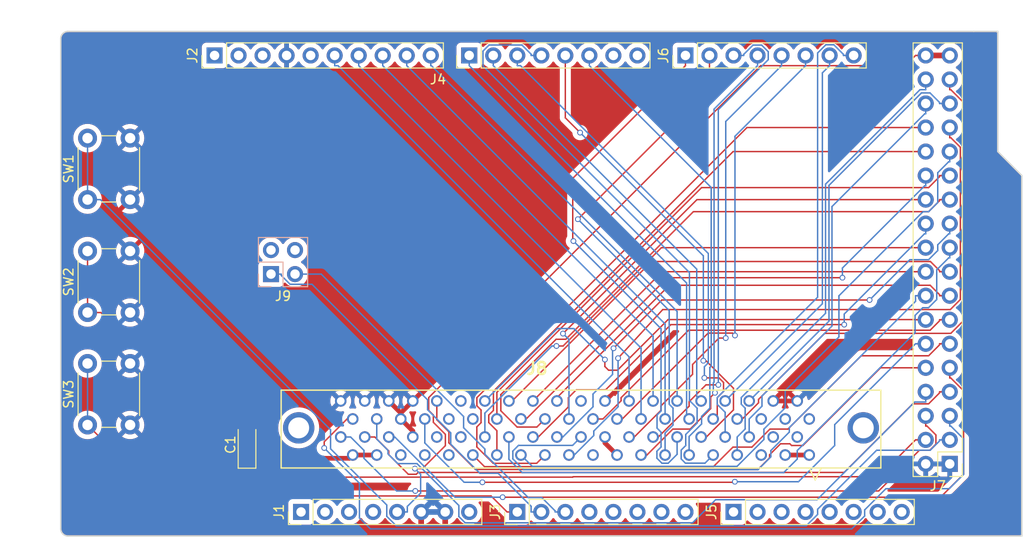
<source format=kicad_pcb>
(kicad_pcb (version 20221018) (generator pcbnew)
  (title_block (date "mar. 31 mars 2015"))
  (layers (0 "F.Cu" signal) (1 "In1.Cu" signal) (2 "In2.Cu" signal) (31 "B.Cu" signal) (34 "B.Paste" user) (35 "F.Paste" user) (36 "B.SilkS" user "B.Silkscreen") (37 "F.SilkS" user "F.Silkscreen") (38 "B.Mask" user) (39 "F.Mask" user) (44 "Edge.Cuts" user))
  (net 0 "")
  (net 1 "GND")
  (net 2 "/BUTTON03")
  (net 3 "/IC1_WE#")
  (net 4 "/IC1_IC2_Vcc")
  (net 5 "/IC1_IC2_A0")
  (net 6 "/IC1_IC2_A1")
  (net 7 "/IC1_IC2_A2")
  (net 8 "/IC1_IC2_A3")
  (net 9 "/IC1_IC2_A4")
  (net 10 "/IC1_IC2_A5")
  (net 11 "/IC1_IC2_A6")
  (net 12 "/IC1_IC2_A7")
  (net 13 "/IC1_IC2_A8")
  (net 14 "/IC1_IC2_A9")
  (net 15 "/IC1_IC2_A10")
  (net 16 "/IC1_IC2_A11")
  (net 17 "/IC1_IC2_A12")
  (net 18 "/IC1_IC2_A13")
  (net 19 "/IC1_IC2_A14")
  (net 20 "/IC1_IC2_A15")
  (net 21 "/IC1_IC2_A16")
  (net 22 "/IC1_IC2_A17")
  (net 23 "/IC1_IC2_A18")
  (net 24 "/EEPROM_CS")
  (net 25 "/EEPROM_DO")
  (net 26 "/EEPROM_CLK")
  (net 27 "/EEPROM_DI")
  (net 28 "/IC1_IC2_RST#")
  (net 29 "/IC1_IC2_RY_BY#")
  (net 30 "/IC2_CE#")
  (net 31 "/IC1_IC2_WP#")
  (net 32 "/IC1_IC2_OE#")
  (net 33 "/IC1_CE#")
  (net 34 "+5V")
  (net 35 "/IOREF")
  (net 36 "/IC2_WE#")
  (net 50 "/BUTTON01")
  (net 51 "/BUTTON02")
  (net 52 "/AREF")
  (net 53 "/*13")
  (net 54 "/IC1_IC2_DQ14")
  (net 55 "/IC1_IC2_DQ15")
  (net 56 "/IC1_IC2_DQ12")
  (net 57 "/IC1_IC2_DQ13")
  (net 58 "/IC1_IC2_DQ10")
  (net 59 "/IC1_IC2_DQ11")
  (net 60 "/IC1_IC2_DQ8")
  (net 61 "/IC1_IC2_DQ9")
  (net 62 "/IC1_IC2_DQ6")
  (net 63 "/IC1_IC2_DQ7")
  (net 64 "/IC1_IC2_DQ4")
  (net 65 "/TX0{slash}1")
  (net 66 "/RX0{slash}0")
  (net 67 "/IC1_IC2_DQ5")
  (net 68 "/IC1_IC2_DQ2")
  (net 69 "/IC1_IC2_DQ3")
  (net 70 "/IC1_IC2_DQ0")
  (net 71 "/IC1_IC2_DQ1")
  (net 72 "/IC1_IC2_A21")
  (net 73 "/IC1_IC2_A22")
  (net 74 "/SDA{slash}20")
  (net 75 "/SCL{slash}21")
  (net 76 "VCC")
  (net 77 "/~{RESET}")
  (net 79 "/IC1_IC2_A19")
  (net 81 "/IC1_IC2_A20")
  (footprint "Connector_PinHeader_2.54mm:PinHeader_2x18_P2.54mm_Vertical" (layer "F.Cu") (at 193.98 92.38 180)
    (fp_text reference "J7")
    (fp_text value "Digital")
  )
  (footprint "Connector_PinHeader_2.54mm:PinHeader_1x08_P2.54mm_Vertical" (layer "F.Cu") (at 125.4 97.46 90)
    (fp_text reference "J1")
    (fp_text value "Power")
  )
  (footprint "Connector_PinHeader_2.54mm:PinHeader_1x08_P2.54mm_Vertical" (layer "F.Cu") (at 148.26 97.46 90)
    (fp_text reference "J3")
    (fp_text value "Analog")
  )
  (footprint "Connector_PinHeader_2.54mm:PinHeader_1x08_P2.54mm_Vertical" (layer "F.Cu") (at 171.12 97.46 90)
    (fp_text reference "J5")
    (fp_text value "Analog")
  )
  (footprint "Connector_PinHeader_2.54mm:PinHeader_1x10_P2.54mm_Vertical" (layer "F.Cu") (at 116.256 49.2 90)
    (fp_text reference "J2")
    (fp_text value "PWM")
  )
  (footprint "Connector_PinHeader_2.54mm:PinHeader_1x08_P2.54mm_Vertical" (layer "F.Cu") (at 143.18 49.2 90)
    (fp_text reference "J4")
    (fp_text value "PWM")
  )
  (footprint "Connector_PinHeader_2.54mm:PinHeader_1x08_P2.54mm_Vertical" (layer "F.Cu") (at 166.04 49.2 90)
    (fp_text reference "J6")
    (fp_text value "Communication")
  )
  (footprint "Button_Switch_THT:SW_PUSH_6mm" (layer "F.Cu") (at 102.83 88.264 90)
    (fp_text reference "SW3")
    (fp_text value "SW_Push")
  )
  (footprint "Button_Switch_THT:SW_PUSH_6mm" (layer "F.Cu") (at 102.83 76.378 90)
    (fp_text reference "SW2")
    (fp_text value "SW_Push")
  )
  (footprint "srx-extras:JAE_TX25-80P-6ST-H1E" (layer "F.Cu") (at 154.996 84.5822)
    (fp_text reference "J8")
    (fp_text value "TX25-80P-6ST-H1E" hide)
  )
  (footprint "Capacitor_Tantalum_SMD:CP_EIA-3216-12_Kemet-S_Pad1.58x1.35mm_HandSolder" (layer "F.Cu") (at 119.69 90.348 90)
    (fp_text reference "C1")
    (fp_text value "Tantalum J104 0.1uF")
  )
  (footprint "Button_Switch_THT:SW_PUSH_6mm" (layer "F.Cu") (at 102.83 64.44 90)
    (fp_text reference "SW1")
    (fp_text value "SW_Push")
  )
  (footprint "Connector_PinHeader_2.54mm:PinHeader_2x02_P2.54mm_Vertical" (layer "B.Cu") (at 122.225 72.314)
    (fp_text reference "J9")
    (fp_text value "Secondary Programming Connector")
  )
  (gr_line (start 199.06 59.36) (end 201.6 61.9) (stroke (width 0.15)) (layer "Edge.Cuts"))
  (gr_line (start 100 99.238) (end 100 47.422) (stroke (width 0.15)) (layer "Edge.Cuts"))
  (gr_line (start 201.6 61.9) (end 201.6 100) (stroke (width 0.15)) (layer "Edge.Cuts"))
  (gr_line (start 201.6 100) (end 100.762 100) (stroke (width 0.15)) (layer "Edge.Cuts"))
  (gr_line (start 100.762 46.66) (end 196.52 46.66) (stroke (width 0.15)) (layer "Edge.Cuts"))
  (gr_arc (start 100.762 100) (mid 100.223185 99.776815) (end 100 99.238) (stroke (width 0.15)) (layer "Edge.Cuts"))
  (gr_line (start 196.52 46.66) (end 199.06 46.66) (stroke (width 0.15)) (layer "Edge.Cuts"))
  (gr_line (start 199.06 46.66) (end 199.06 59.36) (stroke (width 0.15)) (layer "Edge.Cuts"))
  (gr_arc (start 100 47.422) (mid 100.223185 46.883185) (end 100.762 46.66) (stroke (width 0.15)) (layer "Edge.Cuts"))
  (segment (start 138.1 84.8412) (end 138.1 84.252) (width 0.5) (layer "F.Cu") (net 1))
  (segment (start 135.946 87.6302) (end 135.946 86.9952) (width 0.5) (layer "F.Cu") (net 1))
  (segment (start 137.216 85.7252) (end 136.322 84.8312) (width 0.5) (layer "F.Cu") (net 1))
  (segment (start 137.216 89.5352) (end 137.216 88.9002) (width 0.5) (layer "F.Cu") (net 1))
  (segment (start 137.216 88.9002) (end 135.946 87.6302) (width 0.5) (layer "F.Cu") (net 1))
  (segment (start 140.64 97.46) (end 140.64 99.238) (width 0.6) (layer "F.Cu") (net 1))
  (segment (start 135.946 86.9952) (end 137.216 85.7252) (width 0.5) (layer "F.Cu") (net 1))
  (segment (start 135.946 86.9952) (end 134.676 85.7252) (width 0.5) (layer "F.Cu") (net 1))
  (segment (start 177.856 85.7252) (end 179.0752 84.506) (width 0.5) (layer "F.Cu") (net 1))
  (segment (start 175.316 85.7252) (end 177.856 85.7252) (width 0.5) (layer "F.Cu") (net 1))
  (segment (start 136.322 84.8312) (end 136.322 84.252) (width 0.5) (layer "F.Cu") (net 1))
  (segment (start 138.1 97.46) (end 138.1 99.238) (width 0.6) (layer "F.Cu") (net 1))
  (segment (start 175.316 85.7252) (end 177.47 83.5712) (width 0.5) (layer "F.Cu") (net 1))
  (segment (start 177.856 85.7252) (end 179.248 84.3332) (width 0.5) (layer "B.Cu") (net 1))
  (segment (start 138.1 97.46) (end 139.307382 96.252618) (width 0.6) (layer "B.Cu") (net 1))
  (segment (start 140.64 97.46) (end 139.307382 96.127382) (width 0.6) (layer "B.Cu") (net 1))
  (segment (start 139.307382 96.127382) (end 139.307382 95.236618) (width 0.6) (layer "B.Cu") (net 1))
  (segment (start 138.1 97.46) (end 140.64 97.46) (width 0.6) (layer "B.Cu") (net 1))
  (segment (start 139.307382 96.252618) (end 139.307382 96.127382) (width 0.6) (layer "B.Cu") (net 1))
  (segment (start 102.83 88.264) (end 110.3333 95.7673) (width 0.15) (layer "F.Cu") (net 2))
  (segment (start 145.4904 95.7673) (end 147.1831 97.46) (width 0.15) (layer "F.Cu") (net 2))
  (segment (start 148.26 97.46) (end 147.1831 97.46) (width 0.15) (layer "F.Cu") (net 2))
  (segment (start 110.3333 95.7673) (end 145.4904 95.7673) (width 0.15) (layer "F.Cu") (net 2))
  (segment (start 102.83 81.764) (end 102.83 88.264) (width 0.15) (layer "B.Cu") (net 2))
  (segment (start 138.7751 86.6493) (end 138.7751 85.6054) (width 0.15) (layer "B.Cu") (net 3))
  (segment (start 150.8 97.46) (end 149.7231 97.46) (width 0.15) (layer "B.Cu") (net 3))
  (segment (start 138.7751 85.6054) (end 126.5606 73.3909) (width 0.15) (layer "B.Cu") (net 3))
  (segment (start 123.3019 72.4487) (end 123.3019 72.314) (width 0.15) (layer "B.Cu") (net 3))
  (segment (start 149.7231 96.8561) (end 146.2363 93.3693) (width 0.15) (layer "B.Cu") (net 3))
  (segment (start 124.2441 73.3909) (end 123.3019 72.4487) (width 0.15) (layer "B.Cu") (net 3))
  (segment (start 146.2363 93.3693) (end 144.3046 93.3693) (width 0.15) (layer "B.Cu") (net 3))
  (segment (start 126.5606 73.3909) (end 124.2441 73.3909) (width 0.15) (layer "B.Cu") (net 3))
  (segment (start 141.2261 89.1003) (end 138.7751 86.6493) (width 0.15) (layer "B.Cu") (net 3))
  (segment (start 149.7231 97.46) (end 149.7231 96.8561) (width 0.15) (layer "B.Cu") (net 3))
  (segment (start 144.3046 93.3693) (end 141.2261 90.2908) (width 0.15) (layer "B.Cu") (net 3))
  (segment (start 141.2261 90.2908) (end 141.2261 89.1003) (width 0.15) (layer "B.Cu") (net 3))
  (segment (start 122.225 72.314) (end 123.3019 72.314) (width 0.15) (layer "B.Cu") (net 3))
  (segment (start 119.69 91.7855) (end 130.5207 91.7855) (width 0.5) (layer "F.Cu") (net 4))
  (segment (start 130.866 91.4402) (end 133.406 91.4402) (width 0.5) (layer "F.Cu") (net 4))
  (segment (start 157.536 89.5352) (end 157.536 90.1702) (width 0.5) (layer "F.Cu") (net 4))
  (segment (start 176.586 91.4402) (end 179.126 91.4402) (width 0.5) (layer "F.Cu") (net 4))
  (segment (start 157.536 90.1702) (end 158.806 91.4402) (width 0.5) (layer "F.Cu") (net 4))
  (segment (start 130.5207 91.7855) (end 130.866 91.4402) (width 0.5) (layer "F.Cu") (net 4))
  (segment (start 128.956 49.2) (end 128.956 50.2769) (width 0.15) (layer "B.Cu") (net 5))
  (segment (start 160.076 81.0519) (end 129.301 50.2769) (width 0.15) (layer "B.Cu") (net 5))
  (segment (start 129.301 50.2769) (end 128.956 50.2769) (width 0.15) (layer "B.Cu") (net 5))
  (segment (start 160.076 85.7252) (end 160.076 81.0519) (width 0.15) (layer "B.Cu") (net 5))
  (segment (start 161.346 87.6302) (end 161.346 80.1269) (width 0.15) (layer "B.Cu") (net 6))
  (segment (start 161.346 80.1269) (end 131.496 50.2769) (width 0.15) (layer "B.Cu") (net 6))
  (segment (start 131.496 49.2) (end 131.496 50.2769) (width 0.15) (layer "B.Cu") (net 6))
  (segment (start 134.036 49.2) (end 134.036 50.2769) (width 0.15) (layer "B.Cu") (net 7))
  (segment (start 162.616 78.8569) (end 162.616 85.7252) (width 0.15) (layer "B.Cu") (net 7))
  (segment (start 134.036 50.2769) (end 162.616 78.8569) (width 0.15) (layer "B.Cu") (net 7))
  (segment (start 163.886 77.5869) (end 136.576 50.2769) (width 0.15) (layer "B.Cu") (net 8))
  (segment (start 163.886 87.6302) (end 163.886 77.5869) (width 0.15) (layer "B.Cu") (net 8))
  (segment (start 136.576 49.2) (end 136.576 50.2769) (width 0.15) (layer "B.Cu") (net 8))
  (segment (start 139.116 49.2) (end 139.116 50.2769) (width 0.15) (layer "B.Cu") (net 9))
  (segment (start 165.156 76.2573) (end 139.1756 50.2769) (width 0.15) (layer "B.Cu") (net 9))
  (segment (start 165.156 85.7252) (end 165.156 76.2573) (width 0.15) (layer "B.Cu") (net 9))
  (segment (start 139.1756 50.2769) (end 139.116 50.2769) (width 0.15) (layer "B.Cu") (net 9))
  (segment (start 166.1599 87.3641) (end 166.426 87.6302) (width 0.15) (layer "B.Cu") (net 10))
  (segment (start 143.18 50.2769) (end 166.1599 73.2568) (width 0.15) (layer "B.Cu") (net 10))
  (segment (start 166.1599 73.2568) (end 166.1599 87.3641) (width 0.15) (layer "B.Cu") (net 10))
  (segment (start 143.18 49.2) (end 143.18 50.2769) (width 0.15) (layer "B.Cu") (net 10))
  (segment (start 167.2319 85.2611) (end 167.696 85.7252) (width 0.15) (layer "B.Cu") (net 11))
  (segment (start 167.2319 71.7888) (end 167.2319 85.2611) (width 0.15) (layer "B.Cu") (net 11))
  (segment (start 145.72 50.2769) (end 167.2319 71.7888) (width 0.15) (layer "B.Cu") (net 11))
  (segment (start 145.72 49.2) (end 145.72 50.2769) (width 0.15) (layer "B.Cu") (net 11))
  (segment (start 168.0417 83.2872) (end 169.5827 83.2872) (width 0.15) (layer "F.Cu") (net 12))
  (segment (start 170.0652 84.7131) (end 169.3995 85.3788) (width 0.15) (layer "F.Cu") (net 12))
  (segment (start 169.3995 87.1967) (end 168.966 87.6302) (width 0.15) (layer "F.Cu") (net 12))
  (segment (start 169.5827 83.2872) (end 170.0652 83.7697) (width 0.15) (layer "F.Cu") (net 12))
  (segment (start 169.3995 85.3788) (end 169.3995 87.1967) (width 0.15) (layer "F.Cu") (net 12))
  (segment (start 170.0652 83.7697) (end 170.0652 84.7131) (width 0.15) (layer "F.Cu") (net 12))
  (via (at 168.0417 83.2872) (size 0.6) (drill 0.4) (layers "F.Cu" "B.Cu") (net 12))
  (segment (start 168.4591 70.1388) (end 148.5972 50.2769) (width 0.15) (layer "B.Cu") (net 12))
  (segment (start 148.5972 50.2769) (end 148.26 50.2769) (width 0.15) (layer "B.Cu") (net 12))
  (segment (start 168.0417 83.2872) (end 168.0417 82.107) (width 0.15) (layer "B.Cu") (net 12))
  (segment (start 168.0417 82.107) (end 168.4591 81.6896) (width 0.15) (layer "B.Cu") (net 12))
  (segment (start 168.4591 81.6896) (end 168.4591 70.1388) (width 0.15) (layer "B.Cu") (net 12))
  (segment (start 148.26 49.2) (end 148.26 50.2769) (width 0.15) (layer "B.Cu") (net 12))
  (segment (start 148.7516 48.0939) (end 145.2786 48.0939) (width 0.15) (layer "B.Cu") (net 13))
  (segment (start 144.6359 50.3207) (end 166.4618 72.1466) (width 0.15) (layer "B.Cu") (net 13))
  (segment (start 167.2716 86.4867) (end 167.2716 88.0622) (width 0.15) (layer "B.Cu") (net 13))
  (segment (start 166.4618 72.1466) (end 166.4618 85.6769) (width 0.15) (layer "B.Cu") (net 13))
  (segment (start 168.1063 92.2999) (end 168.966 91.4402) (width 0.15) (layer "B.Cu") (net 13))
  (segment (start 145.2786 48.0939) (end 144.6359 48.7366) (width 0.15) (layer "B.Cu") (net 13))
  (segment (start 166.0685 89.2653) (end 166.0685 90.4387) (width 0.15) (layer "B.Cu") (net 13))
  (segment (start 165.5866 90.9206) (end 165.5866 91.854) (width 0.15) (layer "B.Cu") (net 13))
  (segment (start 166.4618 85.6769) (end 167.2716 86.4867) (width 0.15) (layer "B.Cu") (net 13))
  (segment (start 166.0325 92.2999) (end 168.1063 92.2999) (width 0.15) (layer "B.Cu") (net 13))
  (segment (start 166.0685 90.4387) (end 165.5866 90.9206) (width 0.15) (layer "B.Cu") (net 13))
  (segment (start 144.6359 48.7366) (end 144.6359 50.3207) (width 0.15) (layer "B.Cu") (net 13))
  (segment (start 165.5866 91.854) (end 166.0325 92.2999) (width 0.15) (layer "B.Cu") (net 13))
  (segment (start 150.8 49.2) (end 149.7231 49.2) (width 0.15) (layer "B.Cu") (net 13))
  (segment (start 149.7231 49.0654) (end 148.7516 48.0939) (width 0.15) (layer "B.Cu") (net 13))
  (segment (start 167.2716 88.0622) (end 166.0685 89.2653) (width 0.15) (layer "B.Cu") (net 13))
  (segment (start 149.7231 49.2) (end 149.7231 49.0654) (width 0.15) (layer "B.Cu") (net 13))
  (segment (start 154.9003 57.3523) (end 153.34 55.792) (width 0.15) (layer "F.Cu") (net 14))
  (segment (start 153.34 55.792) (end 153.34 49.2) (width 0.15) (layer "F.Cu") (net 14))
  (segment (start 171.1158 84.3791) (end 168.208 81.4713) (width 0.15) (layer "F.Cu") (net 14))
  (segment (start 171.1158 86.6682) (end 171.1158 84.3791) (width 0.15) (layer "F.Cu") (net 14))
  (segment (start 167.696 89.5352) (end 168.2488 89.5352) (width 0.15) (layer "F.Cu") (net 14))
  (segment (start 168.2488 89.5352) (end 171.1158 86.6682) (width 0.15) (layer "F.Cu") (net 14))
  (segment (start 168.208 81.4713) (end 167.9322 81.4713) (width 0.15) (layer "F.Cu") (net 14))
  (via (at 154.9003 57.3523) (size 0.6) (drill 0.4) (layers "F.Cu" "B.Cu") (net 14))
  (via (at 167.9322 81.4713) (size 0.6) (drill 0.4) (layers "F.Cu" "B.Cu") (net 14))
  (segment (start 167.9322 70.3842) (end 154.9003 57.3523) (width 0.15) (layer "B.Cu") (net 14))
  (segment (start 167.9322 81.4713) (end 167.9322 70.3842) (width 0.15) (layer "B.Cu") (net 14))
  (segment (start 168.6198 86.4813) (end 168.6198 82.1817) (width 0.15) (layer "B.Cu") (net 15))
  (segment (start 168.761 63.1579) (end 155.88 50.2769) (width 0.15) (layer "B.Cu") (net 15))
  (segment (start 167.7452 87.3559) (end 168.6198 86.4813) (width 0.15) (layer "B.Cu") (net 15))
  (segment (start 166.426 91.4402) (end 166.426 89.4785) (width 0.15) (layer "B.Cu") (net 15))
  (segment (start 155.88 49.2) (end 155.88 50.2769) (width 0.15) (layer "B.Cu") (net 15))
  (segment (start 168.6198 82.1817) (end 168.761 82.0405) (width 0.15) (layer "B.Cu") (net 15))
  (segment (start 166.426 89.4785) (end 167.7452 88.1593) (width 0.15) (layer "B.Cu") (net 15))
  (segment (start 168.761 82.0405) (end 168.761 63.1579) (width 0.15) (layer "B.Cu") (net 15))
  (segment (start 167.7452 88.1593) (end 167.7452 87.3559) (width 0.15) (layer "B.Cu") (net 15))
  (segment (start 166.04 49.2) (end 166.04 50.2769) (width 0.15) (layer "F.Cu") (net 16))
  (segment (start 154.124 68.7494) (end 154.124 62.1929) (width 0.15) (layer "F.Cu") (net 16))
  (segment (start 154.1955 68.8209) (end 154.124 68.7494) (width 0.15) (layer "F.Cu") (net 16))
  (segment (start 154.124 62.1929) (end 166.04 50.2769) (width 0.15) (layer "F.Cu") (net 16))
  (via (at 154.1955 68.8209) (size 0.6) (drill 0.4) (layers "F.Cu" "B.Cu") (net 16))
  (segment (start 163.0225 91.0337) (end 163.4599 90.5963) (width 0.15) (layer "B.Cu") (net 16))
  (segment (start 163.0355 88.5955) (end 163.0355 87.2107) (width 0.15) (layer "B.Cu") (net 16))
  (segment (start 163.4579 86.7883) (end 163.4579 78.0833) (width 0.15) (layer "B.Cu") (net 16))
  (segment (start 163.4599 89.0199) (end 163.0355 88.5955) (width 0.15) (layer "B.Cu") (net 16))
  (segment (start 163.0225 91.777) (end 163.0225 91.0337) (width 0.15) (layer "B.Cu") (net 16))
  (segment (start 163.4579 78.0833) (end 154.1955 68.8209) (width 0.15) (layer "B.Cu") (net 16))
  (segment (start 165.156 89.5352) (end 165.156 91.366) (width 0.15) (layer "B.Cu") (net 16))
  (segment (start 163.5534 92.3079) (end 163.0225 91.777) (width 0.15) (layer "B.Cu") (net 16))
  (segment (start 163.4599 90.5963) (end 163.4599 89.0199) (width 0.15) (layer "B.Cu") (net 16))
  (segment (start 165.156 91.366) (end 164.2141 92.3079) (width 0.15) (layer "B.Cu") (net 16))
  (segment (start 163.0355 87.2107) (end 163.4579 86.7883) (width 0.15) (layer "B.Cu") (net 16))
  (segment (start 164.2141 92.3079) (end 163.5534 92.3079) (width 0.15) (layer "B.Cu") (net 16))
  (segment (start 154.6648 66.5113) (end 168.58 52.5961) (width 0.15) (layer "F.Cu") (net 17))
  (segment (start 168.58 52.5961) (end 168.58 49.2) (width 0.15) (layer "F.Cu") (net 17))
  (via (at 154.6648 66.5113) (size 0.6) (drill 0.4) (layers "F.Cu" "B.Cu") (net 17))
  (segment (start 163.886 91.4402) (end 163.886 89.1112) (width 0.15) (layer "B.Cu") (net 17))
  (segment (start 163.886 89.1112) (end 164.724 88.2732) (width 0.15) (layer "B.Cu") (net 17))
  (segment (start 164.724 88.2732) (end 164.724 86.4761) (width 0.15) (layer "B.Cu") (net 17))
  (segment (start 164.724 86.4761) (end 164.3195 86.0716) (width 0.15) (layer "B.Cu") (net 17))
  (segment (start 164.3195 76.166) (end 154.6648 66.5113) (width 0.15) (layer "B.Cu") (net 17))
  (segment (start 164.3195 86.0716) (end 164.3195 76.166) (width 0.15) (layer "B.Cu") (net 17))
  (segment (start 163.1716 89.5352) (end 166.4261 86.2807) (width 0.15) (layer "F.Cu") (net 18))
  (segment (start 166.4261 86.2807) (end 166.4261 85.8046) (width 0.15) (layer "F.Cu") (net 18))
  (segment (start 162.616 89.5352) (end 163.1716 89.5352) (width 0.15) (layer "F.Cu") (net 18))
  (segment (start 166.4261 85.8046) (end 168.2062 84.0245) (width 0.15) (layer "F.Cu") (net 18))
  (segment (start 168.2062 84.0245) (end 169.5151 84.0245) (width 0.15) (layer "F.Cu") (net 18))
  (via (at 169.5151 84.0245) (size 0.6) (drill 0.4) (layers "F.Cu" "B.Cu") (net 18))
  (segment (start 174.7932 48.8037) (end 174.09 48.1005) (width 0.15) (layer "B.Cu") (net 18))
  (segment (start 174.7932 49.6461) (end 174.7932 48.8037) (width 0.15) (layer "B.Cu") (net 18))
  (segment (start 172.1969 49.0884) (end 172.1969 49.2) (width 0.15) (layer "B.Cu") (net 18))
  (segment (start 171.12 49.2) (end 172.1969 49.2) (width 0.15) (layer "B.Cu") (net 18))
  (segment (start 169.5151 54.9242) (end 174.7932 49.6461) (width 0.15) (layer "B.Cu") (net 18))
  (segment (start 173.1848 48.1005) (end 172.1969 49.0884) (width 0.15) (layer "B.Cu") (net 18))
  (segment (start 169.5151 84.0245) (end 169.5151 54.9242) (width 0.15) (layer "B.Cu") (net 18))
  (segment (start 174.09 48.1005) (end 173.1848 48.1005) (width 0.15) (layer "B.Cu") (net 18))
  (segment (start 161.9652 91.4402) (end 164.7067 88.6987) (width 0.15) (layer "F.Cu") (net 19))
  (segment (start 168.7088 86.5304) (end 168.7088 85.3119) (width 0.15) (layer "F.Cu") (net 19))
  (segment (start 166.5405 88.6987) (end 168.7088 86.5304) (width 0.15) (layer "F.Cu") (net 19))
  (segment (start 161.346 91.4402) (end 161.9652 91.4402) (width 0.15) (layer "F.Cu") (net 19))
  (segment (start 168.7088 85.3119) (end 169.1592 84.8615) (width 0.15) (layer "F.Cu") (net 19))
  (segment (start 164.7067 88.6987) (end 166.5405 88.6987) (width 0.15) (layer "F.Cu") (net 19))
  (via (at 169.1592 84.8615) (size 0.6) (drill 0.4) (layers "F.Cu" "B.Cu") (net 19))
  (segment (start 169.0629 83.7316) (end 169.0629 54.874) (width 0.15) (layer "B.Cu") (net 19))
  (segment (start 173.66 49.2) (end 173.66 50.2769) (width 0.15) (layer "B.Cu") (net 19))
  (segment (start 168.9882 83.8063) (end 169.0629 83.7316) (width 0.15) (layer "B.Cu") (net 19))
  (segment (start 169.1592 84.8615) (end 168.9882 84.6905) (width 0.15) (layer "B.Cu") (net 19))
  (segment (start 169.0629 54.874) (end 173.66 50.2769) (width 0.15) (layer "B.Cu") (net 19))
  (segment (start 168.9882 84.6905) (end 168.9882 83.8063) (width 0.15) (layer "B.Cu") (net 19))
  (segment (start 160.6304 89.5352) (end 160.076 89.5352) (width 0.15) (layer "F.Cu") (net 20))
  (segment (start 163.451 86.2473) (end 163.451 86.7146) (width 0.15) (layer "F.Cu") (net 20))
  (segment (start 166.7894 81.869) (end 166.7894 82.9089) (width 0.15) (layer "F.Cu") (net 20))
  (segment (start 163.451 86.7146) (end 160.6304 89.5352) (width 0.15) (layer "F.Cu") (net 20))
  (segment (start 166.7894 82.9089) (end 163.451 86.2473) (width 0.15) (layer "F.Cu") (net 20))
  (segment (start 169.5818 79.0766) (end 166.7894 81.869) (width 0.15) (layer "F.Cu") (net 20))
  (segment (start 170.2997 79.0766) (end 169.5818 79.0766) (width 0.15) (layer "F.Cu") (net 20))
  (via (at 170.2997 79.0766) (size 0.6) (drill 0.4) (layers "F.Cu" "B.Cu") (net 20))
  (segment (start 176.2 49.2) (end 176.2 50.2769) (width 0.15) (layer "B.Cu") (net 20))
  (segment (start 170.2997 79.0766) (end 170.2997 56.1772) (width 0.15) (layer "B.Cu") (net 20))
  (segment (start 170.2997 56.1772) (end 176.2 50.2769) (width 0.15) (layer "B.Cu") (net 20))
  (segment (start 171.0244 78.5497) (end 168.4408 78.5497) (width 0.15) (layer "F.Cu") (net 21))
  (segment (start 168.4408 78.5497) (end 159.3603 87.6302) (width 0.15) (layer "F.Cu") (net 21))
  (segment (start 159.3603 87.6302) (end 158.806 87.6302) (width 0.15) (layer "F.Cu") (net 21))
  (segment (start 171.2745 78.7998) (end 171.0244 78.5497) (width 0.15) (layer "F.Cu") (net 21))
  (via (at 171.2745 78.7998) (size 0.6) (drill 0.4) (layers "F.Cu" "B.Cu") (net 21))
  (segment (start 171.2745 57.7424) (end 178.74 50.2769) (width 0.15) (layer "B.Cu") (net 21))
  (segment (start 178.74 49.2) (end 178.74 50.2769) (width 0.15) (layer "B.Cu") (net 21))
  (segment (start 171.2745 78.7998) (end 171.2745 57.7424) (width 0.15) (layer "B.Cu") (net 21))
  (segment (start 181.28 50.2769) (end 180.5157 51.0412) (width 0.15) (layer "B.Cu") (net 22))
  (segment (start 180.5157 75.4455) (end 170.236 85.7252) (width 0.15) (layer "B.Cu") (net 22))
  (segment (start 181.28 49.2) (end 181.28 50.2769) (width 0.15) (layer "B.Cu") (net 22))
  (segment (start 180.5157 51.0412) (end 180.5157 75.4455) (width 0.15) (layer "B.Cu") (net 22))
  (segment (start 169.396 86.0822) (end 169.396 85.373) (width 0.15) (layer "B.Cu") (net 23))
  (segment (start 180.8796 48.0708) (end 181.7255 48.0708) (width 0.15) (layer "B.Cu") (net 23))
  (segment (start 181.7255 48.0708) (end 182.7431 49.0884) (width 0.15) (layer "B.Cu") (net 23))
  (segment (start 169.396 85.373) (end 180.01 74.759) (width 0.15) (layer "B.Cu") (net 23))
  (segment (start 180.01 74.759) (end 180.01 48.9404) (width 0.15) (layer "B.Cu") (net 23))
  (segment (start 183.82 49.2) (end 182.7431 49.2) (width 0.15) (layer "B.Cu") (net 23))
  (segment (start 180.01 48.9404) (end 180.8796 48.0708) (width 0.15) (layer "B.Cu") (net 23))
  (segment (start 170.236 89.5352) (end 170.236 86.9222) (width 0.15) (layer "B.Cu") (net 23))
  (segment (start 182.7431 49.0884) (end 182.7431 49.2) (width 0.15) (layer "B.Cu") (net 23))
  (segment (start 170.236 86.9222) (end 169.396 86.0822) (width 0.15) (layer "B.Cu") (net 23))
  (segment (start 130.2629 87.6302) (end 127.8504 90.0427) (width 0.15) (layer "F.Cu") (net 24))
  (segment (start 130.866 87.6302) (end 130.2629 87.6302) (width 0.15) (layer "F.Cu") (net 24))
  (segment (start 127.8504 90.0427) (end 127.8504 90.6981) (width 0.15) (layer "F.Cu") (net 24))
  (via (at 127.8504 90.6981) (size 0.6) (drill 0.4) (layers "F.Cu" "B.Cu") (net 24))
  (segment (start 195.4446 89.7299) (end 194.0916 88.3769) (width 0.15) (layer "B.Cu") (net 24))
  (segment (start 193.9314 94.9972) (end 195.4446 93.484) (width 0.15) (layer "B.Cu") (net 24))
  (segment (start 184.9837 97.888) (end 184.9837 97.2456) (width 0.15) (layer "B.Cu") (net 24))
  (segment (start 195.4446 93.484) (end 195.4446 89.7299) (width 0.15) (layer "B.Cu") (net 24))
  (segment (start 127.8504 90.6981) (end 131.5749 94.4226) (width 0.15) (layer "B.Cu") (net 24))
  (segment (start 194.0916 88.3769) (end 193.98 88.3769) (width 0.15) (layer "B.Cu") (net 24))
  (segment (start 184.9837 97.2456) (end 187.2321 94.9972) (width 0.15) (layer "B.Cu") (net 24))
  (segment (start 193.98 87.3) (end 193.98 88.3769) (width 0.15) (layer "B.Cu") (net 24))
  (segment (start 183.6208 99.2509) (end 184.9837 97.888) (width 0.15) (layer "B.Cu") (net 24))
  (segment (start 132.735 99.2509) (end 183.6208 99.2509) (width 0.15) (layer "B.Cu") (net 24))
  (segment (start 187.2321 94.9972) (end 193.9314 94.9972) (width 0.15) (layer "B.Cu") (net 24))
  (segment (start 131.5749 98.0908) (end 132.735 99.2509) (width 0.15) (layer "B.Cu") (net 24))
  (segment (start 131.5749 94.4226) (end 131.5749 98.0908) (width 0.15) (layer "B.Cu") (net 24))
  (segment (start 186.4666 95.2404) (end 190.7721 90.9349) (width 0.15) (layer "F.Cu") (net 25))
  (segment (start 191.5746 88.3769) (end 191.44 88.3769) (width 0.15) (layer "F.Cu") (net 25))
  (segment (start 191.8692 90.9349) (end 192.5179 90.2862) (width 0.15) (layer "F.Cu") (net 25))
  (segment (start 137.478 95.2404) (end 186.4666 95.2404) (width 0.15) (layer "F.Cu") (net 25))
  (segment (start 192.5179 90.2862) (end 192.5179 89.3202) (width 0.15) (layer "F.Cu") (net 25))
  (segment (start 192.5179 89.3202) (end 191.5746 88.3769) (width 0.15) (layer "F.Cu") (net 25))
  (segment (start 190.7721 90.9349) (end 191.8692 90.9349) (width 0.15) (layer "F.Cu") (net 25))
  (segment (start 191.44 87.3) (end 191.44 88.3769) (width 0.15) (layer "F.Cu") (net 25))
  (via (at 137.478 95.2404) (size 0.6) (drill 0.4) (layers "F.Cu" "B.Cu") (net 25))
  (segment (start 130.639 89.5352) (end 129.596 89.5352) (width 0.15) (layer "B.Cu") (net 25))
  (segment (start 132.0525 90.9487) (end 130.639 89.5352) (width 0.15) (layer "B.Cu") (net 25))
  (segment (start 132.0525 91.7909) (end 132.0525 90.9487) (width 0.15) (layer "B.Cu") (net 25))
  (segment (start 137.478 95.2404) (end 135.502 95.2404) (width 0.15) (layer "B.Cu") (net 25))
  (segment (start 135.502 95.2404) (end 132.0525 91.7909) (width 0.15) (layer "B.Cu") (net 25))
  (segment (start 182.8147 93.2829) (end 190.0676 86.03) (width 0.15) (layer "F.Cu") (net 26))
  (segment (start 132.136 89.5352) (end 133.1984 89.5352) (width 0.15) (layer "F.Cu") (net 26))
  (segment (start 190.0676 86.03) (end 191.7447 86.03) (width 0.15) (layer "F.Cu") (net 26))
  (segment (start 192.9031 84.8716) (end 192.9031 84.76) (width 0.15) (layer "F.Cu") (net 26))
  (segment (start 137.7741 93.2829) (end 182.8147 93.2829) (width 0.15) (layer "F.Cu") (net 26))
  (segment (start 193.98 84.76) (end 192.9031 84.76) (width 0.15) (layer "F.Cu") (net 26))
  (segment (start 134.676 91.4091) (end 136.7429 93.476) (width 0.15) (layer "F.Cu") (net 26))
  (segment (start 191.7447 86.03) (end 192.9031 84.8716) (width 0.15) (layer "F.Cu") (net 26))
  (segment (start 136.7429 93.476) (end 137.581 93.476) (width 0.15) (layer "F.Cu") (net 26))
  (segment (start 134.676 91.0128) (end 134.676 91.4091) (width 0.15) (layer "F.Cu") (net 26))
  (segment (start 137.581 93.476) (end 137.7741 93.2829) (width 0.15) (layer "F.Cu") (net 26))
  (segment (start 133.1984 89.5352) (end 134.676 91.0128) (width 0.15) (layer "F.Cu") (net 26))
  (segment (start 142.085 97.9441) (end 142.085 96.7768) (width 0.15) (layer "B.Cu") (net 27))
  (segment (start 191.44 85.8369) (end 190.2795 85.8369) (width 0.15) (layer "B.Cu") (net 27))
  (segment (start 191.44 84.76) (end 191.44 85.8369) (width 0.15) (layer "B.Cu") (net 27))
  (segment (start 142.7486 98.6077) (end 142.085 97.9441) (width 0.15) (layer "B.Cu") (net 27))
  (segment (start 137.6557 92.3475) (end 135.6226 92.3475) (width 0.15) (layer "B.Cu") (net 27))
  (segment (start 134.5925 91.3174) (end 134.5925 90.9487) (width 0.15) (layer "B.Cu") (net 27))
  (segment (start 190.2795 85.8369) (end 179.9499 96.1665) (width 0.15) (layer "B.Cu") (net 27))
  (segment (start 166.7876 98.6077) (end 142.7486 98.6077) (width 0.15) (layer "B.Cu") (net 27))
  (segment (start 142.085 96.7768) (end 137.6557 92.3475) (width 0.15) (layer "B.Cu") (net 27))
  (segment (start 179.9499 96.1665) (end 169.2288 96.1665) (width 0.15) (layer "B.Cu") (net 27))
  (segment (start 169.2288 96.1665) (end 166.7876 98.6077) (width 0.15) (layer "B.Cu") (net 27))
  (segment (start 133.406 89.7622) (end 133.406 87.6302) (width 0.15) (layer "B.Cu") (net 27))
  (segment (start 134.5925 90.9487) (end 133.406 89.7622) (width 0.15) (layer "B.Cu") (net 27))
  (segment (start 135.6226 92.3475) (end 134.5925 91.3174) (width 0.15) (layer "B.Cu") (net 27))
  (segment (start 194.0916 83.2969) (end 193.98 83.2969) (width 0.15) (layer "F.Cu") (net 28))
  (segment (start 146.7115 95.9016) (end 193.0038 95.9016) (width 0.15) (layer "F.Cu") (net 28))
  (segment (start 195.4446 84.6499) (end 194.0916 83.2969) (width 0.15) (layer "F.Cu") (net 28))
  (segment (start 195.4446 93.4608) (end 195.4446 84.6499) (width 0.15) (layer "F.Cu") (net 28))
  (segment (start 193.0038 95.9016) (end 195.4446 93.4608) (width 0.15) (layer "F.Cu") (net 28))
  (segment (start 193.98 82.22) (end 193.98 83.2969) (width 0.15) (layer "F.Cu") (net 28))
  (via (at 146.7115 95.9016) (size 0.6) (drill 0.4) (layers "F.Cu" "B.Cu") (net 28))
  (segment (start 135.3098 89.5352) (end 141.6762 95.9016) (width 0.15) (layer "B.Cu") (net 28))
  (segment (start 141.6762 95.9016) (end 146.7115 95.9016) (width 0.15) (layer "B.Cu") (net 28))
  (segment (start 134.676 89.5352) (end 135.3098 89.5352) (width 0.15) (layer "B.Cu") (net 28))
  (segment (start 191.44 82.22) (end 186.6683 82.22) (width 0.15) (layer "F.Cu") (net 29))
  (segment (start 139.756 87.7152) (end 139.756 85.7252) (width 0.15) (layer "F.Cu") (net 29))
  (segment (start 176.0946 90.2537) (end 174.9304 91.4179) (width 0.15) (layer "F.Cu") (net 29))
  (segment (start 177.2573 90.4335) (end 177.0775 90.2537) (width 0.15) (layer "F.Cu") (net 29))
  (segment (start 141.0318 90.1573) (end 141.0318 88.991) (width 0.15) (layer "F.Cu") (net 29))
  (segment (start 173.6993 92.9705) (end 143.845 92.9705) (width 0.15) (layer "F.Cu") (net 29))
  (segment (start 143.845 92.9705) (end 141.0318 90.1573) (width 0.15) (layer "F.Cu") (net 29))
  (segment (start 174.9304 91.4179) (end 174.9304 91.7394) (width 0.15) (layer "F.Cu") (net 29))
  (segment (start 141.0318 88.991) (end 139.756 87.7152) (width 0.15) (layer "F.Cu") (net 29))
  (segment (start 178.4548 90.4335) (end 177.2573 90.4335) (width 0.15) (layer "F.Cu") (net 29))
  (segment (start 186.6683 82.22) (end 178.4548 90.4335) (width 0.15) (layer "F.Cu") (net 29))
  (segment (start 174.9304 91.7394) (end 173.6993 92.9705) (width 0.15) (layer "F.Cu") (net 29))
  (segment (start 177.0775 90.2537) (end 176.0946 90.2537) (width 0.15) (layer "F.Cu") (net 29))
  (segment (start 184.6233 80.95) (end 191.7447 80.95) (width 0.15) (layer "F.Cu") (net 30))
  (segment (start 168.9972 92.6686) (end 171.0621 90.6037) (width 0.15) (layer "F.Cu") (net 30))
  (segment (start 193.98 79.68) (end 192.9031 79.68) (width 0.15) (layer "F.Cu") (net 30))
  (segment (start 176.8746 88.6987) (end 184.6233 80.95) (width 0.15) (layer "F.Cu") (net 30))
  (segment (start 191.7447 80.95) (end 192.9031 79.7916) (width 0.15) (layer "F.Cu") (net 30))
  (segment (start 192.9031 79.7916) (end 192.9031 79.68) (width 0.15) (layer "F.Cu") (net 30))
  (segment (start 144.7944 92.6686) (end 168.9972 92.6686) (width 0.15) (layer "F.Cu") (net 30))
  (segment (start 173.0646 90.6037) (end 174.9696 88.6987) (width 0.15) (layer "F.Cu") (net 30))
  (segment (start 174.9696 88.6987) (end 176.8746 88.6987) (width 0.15) (layer "F.Cu") (net 30))
  (segment (start 171.0621 90.6037) (end 173.0646 90.6037) (width 0.15) (layer "F.Cu") (net 30))
  (segment (start 143.566 91.4402) (end 144.7944 92.6686) (width 0.15) (layer "F.Cu") (net 30))
  (segment (start 144.5739 94.3235) (end 171.2005 94.3235) (width 0.15) (layer "F.Cu") (net 31))
  (segment (start 171.2005 94.3235) (end 171.262 94.262) (width 0.15) (layer "F.Cu") (net 31))
  (via (at 144.5739 94.3235) (size 0.6) (drill 0.4) (layers "F.Cu" "B.Cu") (net 31))
  (via (at 171.262 94.262) (size 0.6) (drill 0.4) (layers "F.Cu" "B.Cu") (net 31))
  (segment (start 190.3631 79.68) (end 181.8152 88.2279) (width 0.15) (layer "B.Cu") (net 31))
  (segment (start 181.8152 90.4359) (end 177.9891 94.262) (width 0.15) (layer "B.Cu") (net 31))
  (segment (start 138.486 90.168) (end 142.6415 94.3235) (width 0.15) (layer "B.Cu") (net 31))
  (segment (start 142.6415 94.3235) (end 144.5739 94.3235) (width 0.15) (layer "B.Cu") (net 31))
  (segment (start 191.44 79.68) (end 190.3631 79.68) (width 0.15) (layer "B.Cu") (net 31))
  (segment (start 138.486 87.6302) (end 138.486 90.168) (width 0.15) (layer "B.Cu") (net 31))
  (segment (start 177.9891 94.262) (end 171.262 94.262) (width 0.15) (layer "B.Cu") (net 31))
  (segment (start 181.8152 88.2279) (end 181.8152 90.4359) (width 0.15) (layer "B.Cu") (net 31))
  (segment (start 166.3691 78.2462) (end 191.9085 78.2462) (width 0.15) (layer "F.Cu") (net 32))
  (segment (start 156.266 87.6302) (end 157.3157 87.6302) (width 0.15) (layer "F.Cu") (net 32))
  (segment (start 193.98 77.14) (end 192.9031 77.14) (width 0.15) (layer "F.Cu") (net 32))
  (segment (start 192.9031 77.2516) (end 192.9031 77.14) (width 0.15) (layer "F.Cu") (net 32))
  (segment (start 157.3157 87.6302) (end 159.2342 85.7117) (width 0.15) (layer "F.Cu") (net 32))
  (segment (start 159.2342 85.7117) (end 159.2342 85.3811) (width 0.15) (layer "F.Cu") (net 32))
  (segment (start 191.9085 78.2462) (end 192.9031 77.2516) (width 0.15) (layer "F.Cu") (net 32))
  (segment (start 159.2342 85.3811) (end 166.3691 78.2462) (width 0.15) (layer "F.Cu") (net 32))
  (segment (start 157.521 82.083) (end 157.912 82.474) (width 0.15) (layer "F.Cu") (net 33))
  (segment (start 158.42 82.474) (end 157.912 82.474) (width 0.15) (layer "F.Cu") (net 33))
  (segment (start 158.8497 82.474) (end 158.42 82.474) (width 0.15) (layer "F.Cu") (net 33))
  (segment (start 164.2025 77.1212) (end 159.9731 81.3506) (width 0.15) (layer "F.Cu") (net 33))
  (segment (start 157.521 81.3506) (end 157.521 82.083) (width 0.15) (layer "F.Cu") (net 33))
  (segment (start 159.9731 81.3506) (end 158.8497 82.474) (width 0.15) (layer "F.Cu") (net 33))
  (segment (start 191.44 77.14) (end 190.3631 77.14) (width 0.15) (layer "F.Cu") (net 33))
  (segment (start 190.3631 77.14) (end 190.3443 77.1212) (width 0.15) (layer "F.Cu") (net 33))
  (segment (start 190.3443 77.1212) (end 164.2025 77.1212) (width 0.15) (layer "F.Cu") (net 33))
  (via (at 157.521 81.3506) (size 0.6) (drill 0.4) (layers "F.Cu" "B.Cu") (net 33))
  (segment (start 152.4903 78.0709) (end 154.2413 78.0709) (width 0.15) (layer "B.Cu") (net 33))
  (segment (start 144.836 85.7252) (end 152.4903 78.0709) (width 0.15) (layer "B.Cu") (net 33))
  (segment (start 154.2413 78.0709) (end 157.521 81.3506) (width 0.15) (layer "B.Cu") (net 33))
  (segment (start 138.8973 85.3703) (end 138.8973 86.7239) (width 0.15) (layer "F.Cu") (net 34))
  (segment (start 139.3882 87.2148) (end 139.3882 87.9844) (width 0.15) (layer "F.Cu") (net 34))
  (segment (start 191.44 49.2) (end 193.98 49.2) (width 0.6) (layer "F.Cu") (net 34))
  (segment (start 138.2348 92.8744) (end 137.4374 92.8744) (width 0.15) (layer "F.Cu") (net 34))
  (segment (start 173.9907 50.2769) (end 138.8973 85.3703) (width 0.15) (layer "F.Cu") (net 34))
  (segment (start 190.3631 49.2) (end 189.2862 50.2769) (width 0.15) (layer "F.Cu") (net 34))
  (segment (start 139.3882 87.9844) (end 140.6605 89.2567) (width 0.15) (layer "F.Cu") (net 34))
  (segment (start 138.8973 86.7239) (end 139.3882 87.2148) (width 0.15) (layer "F.Cu") (net 34))
  (segment (start 189.2862 50.2769) (end 173.9907 50.2769) (width 0.15) (layer "F.Cu") (net 34))
  (segment (start 140.6605 90.4487) (end 138.2348 92.8744) (width 0.15) (layer "F.Cu") (net 34))
  (segment (start 191.44 49.2) (end 190.3631 49.2) (width 0.15) (layer "F.Cu") (net 34))
  (segment (start 140.6605 89.2567) (end 140.6605 90.4487) (width 0.15) (layer "F.Cu") (net 34))
  (via (at 137.4374 92.8744) (size 0.6) (drill 0.4) (layers "F.Cu" "B.Cu") (net 34))
  (segment (start 138.0418 93.4788) (end 138.0418 95.469) (width 0.15) (layer "B.Cu") (net 34))
  (segment (start 136.6369 96.8739) (end 136.6369 97.46) (width 0.15) (layer "B.Cu") (net 34))
  (segment (start 137.4374 92.8744) (end 138.0418 93.4788) (width 0.15) (layer "B.Cu") (net 34))
  (segment (start 138.0418 95.469) (end 136.6369 96.8739) (width 0.15) (layer "B.Cu") (net 34))
  (segment (start 135.56 97.46) (end 136.6369 97.46) (width 0.15) (layer "B.Cu") (net 34))
  (segment (start 153.34 97.46) (end 152.2631 97.46) (width 0.15) (layer "B.Cu") (net 36))
  (segment (start 150.8524 95.9377) (end 152.2631 97.3484) (width 0.15) (layer "B.Cu") (net 36))
  (segment (start 142.5851 87.3692) (end 142.5851 88.5543) (width 0.15) (layer "B.Cu") (net 36))
  (segment (start 127.5299 72.314) (end 142.5851 87.3692) (width 0.15) (layer "B.Cu") (net 36))
  (segment (start 142.5851 88.5543) (end 144.8361 90.8053) (width 0.15) (layer "B.Cu") (net 36))
  (segment (start 144.8361 90.8053) (end 144.8361 91.3558) (width 0.15) (layer "B.Cu") (net 36))
  (segment (start 144.8361 91.3558) (end 149.418 95.9377) (width 0.15) (layer "B.Cu") (net 36))
  (segment (start 152.2631 97.3484) (end 152.2631 97.46) (width 0.15) (layer "B.Cu") (net 36))
  (segment (start 124.765 72.314) (end 127.5299 72.314) (width 0.15) (layer "B.Cu") (net 36))
  (segment (start 149.418 95.9377) (end 150.8524 95.9377) (width 0.15) (layer "B.Cu") (net 36))
  (segment (start 193.98 89.84) (end 192.9031 89.84) (width 0.15) (layer "B.Cu") (net 50))
  (segment (start 180.01 97.7221) (end 180.01 97.174) (width 0.15) (layer "B.Cu") (net 50))
  (segment (start 192.9031 89.9516) (end 192.9031 89.84) (width 0.15) (layer "B.Cu") (net 50))
  (segment (start 104.193 64.44) (end 128.5207 88.7677) (width 0.15) (layer "B.Cu") (net 50))
  (segment (start 134.465 96.7272) (end 134.465 97.9224) (width 0.15) (layer "B.Cu") (net 50))
  (segment (start 191.9197 90.935) (end 192.9031 89.9516) (width 0.15) (layer "B.Cu") (net 50))
  (segment (start 102.83 57.94) (end 102.83 64.44) (width 0.15) (layer "B.Cu") (net 50))
  (segment (start 178.8036 98.9285) (end 180.01 97.7221) (width 0.15) (layer "B.Cu") (net 50))
  (segment (start 128.5207 90.7829) (end 134.465 96.7272) (width 0.15) (layer "B.Cu") (net 50))
  (segment (start 135.4711 98.9285) (end 178.8036 98.9285) (width 0.15) (layer "B.Cu") (net 50))
  (segment (start 128.5207 88.7677) (end 128.5207 90.7829) (width 0.15) (layer "B.Cu") (net 50))
  (segment (start 134.465 97.9224) (end 135.4711 98.9285) (width 0.15) (layer "B.Cu") (net 50))
  (segment (start 180.01 97.174) (end 186.249 90.935) (width 0.15) (layer "B.Cu") (net 50))
  (segment (start 186.249 90.935) (end 191.9197 90.935) (width 0.15) (layer "B.Cu") (net 50))
  (segment (start 102.83 64.44) (end 104.193 64.44) (width 0.15) (layer "B.Cu") (net 50))
  (segment (start 191.44 89.84) (end 190.3631 89.84) (width 0.15) (layer "F.Cu") (net 51))
  (segment (start 186.468 93.7351) (end 190.3631 89.84) (width 0.15) (layer "F.Cu") (net 51))
  (segment (start 104.2415 76.378) (end 117.4714 89.6079) (width 0.15) (layer "F.Cu") (net 51))
  (segment (start 117.4714 89.6079) (end 117.4714 91.7107) (width 0.15) (layer "F.Cu") (net 51))
  (segment (start 102.83 76.378) (end 104.2415 76.378) (width 0.15) (layer "F.Cu") (net 51))
  (segment (start 102.83 69.878) (end 102.83 76.378) (width 0.15) (layer "F.Cu") (net 51))
  (segment (start 117.4714 91.7107) (end 119.5386 93.7779) (width 0.15) (layer "F.Cu") (net 51))
  (segment (start 119.5386 93.7779) (end 154.1198 93.7779) (width 0.15) (layer "F.Cu") (net 51))
  (segment (start 154.1198 93.7779) (end 154.1626 93.7351) (width 0.15) (layer "F.Cu") (net 51))
  (segment (start 154.1626 93.7351) (end 186.468 93.7351) (width 0.15) (layer "F.Cu") (net 51))
  (segment (start 152.456 85.7252) (end 152.456 85.3712) (width 0.15) (layer "F.Cu") (net 54))
  (segment (start 191.9114 73.4967) (end 192.9031 74.4884) (width 0.15) (layer "F.Cu") (net 54))
  (segment (start 164.3305 73.4967) (end 191.9114 73.4967) (width 0.15) (layer "F.Cu") (net 54))
  (segment (start 193.98 74.6) (end 192.9031 74.6) (width 0.15) (layer "F.Cu") (net 54))
  (segment (start 152.456 85.3712) (end 164.3305 73.4967) (width 0.15) (layer "F.Cu") (net 54))
  (segment (start 192.9031 74.4884) (end 192.9031 74.6) (width 0.15) (layer "F.Cu") (net 54))
  (segment (start 173.7172 92.9837) (end 148.9273 92.9837) (width 0.15) (layer "B.Cu") (net 55))
  (segment (start 191.44 74.6) (end 190.3631 74.6) (width 0.15) (layer "B.Cu") (net 55))
  (segment (start 177.021 88.5369) (end 177.021 89.0132) (width 0.15) (layer "B.Cu") (net 55))
  (segment (start 147.7927 91.0189) (end 148.3883 90.4233) (width 0.15) (layer "B.Cu") (net 55))
  (segment (start 154.1079 90.4233) (end 154.996 89.5352) (width 0.15) (layer "B.Cu") (net 55))
  (segment (start 175.0686 90.9656) (end 175.0686 91.6323) (width 0.15) (layer "B.Cu") (net 55))
  (segment (start 190.3631 74.6) (end 190.3631 75.1948) (width 0.15) (layer "B.Cu") (net 55))
  (segment (start 177.021 89.0132) (end 175.0686 90.9656) (width 0.15) (layer "B.Cu") (net 55))
  (segment (start 147.7927 91.8491) (end 147.7927 91.0189) (width 0.15) (layer "B.Cu") (net 55))
  (segment (start 190.3631 75.1948) (end 177.021 88.5369) (width 0.15) (layer "B.Cu") (net 55))
  (segment (start 148.9273 92.9837) (end 147.7927 91.8491) (width 0.15) (layer "B.Cu") (net 55))
  (segment (start 175.0686 91.6323) (end 173.7172 92.9837) (width 0.15) (layer "B.Cu") (net 55))
  (segment (start 148.3883 90.4233) (end 154.1079 90.4233) (width 0.15) (layer "B.Cu") (net 55))
  (segment (start 193.98 72.06) (end 192.9031 72.06) (width 0.15) (layer "F.Cu") (net 56))
  (segment (start 192.9031 72.06) (end 192.9031 71.9484) (width 0.15) (layer "F.Cu") (net 56))
  (segment (start 192.9031 71.9484) (end 191.9378 70.9831) (width 0.15) (layer "F.Cu") (net 56))
  (segment (start 191.9378 70.9831) (end 162.4616 70.9831) (width 0.15) (layer "F.Cu") (net 56))
  (segment (start 162.4616 70.9831) (end 147.7195 85.7252) (width 0.15) (layer "F.Cu") (net 56))
  (segment (start 147.7195 85.7252) (end 147.376 85.7252) (width 0.15) (layer "F.Cu") (net 56))
  (segment (start 149.916 85.7252) (end 163.5812 72.06) (width 0.15) (layer "F.Cu") (net 57))
  (segment (start 163.5812 72.06) (end 190.3631 72.06) (width 0.15) (layer "F.Cu") (net 57))
  (segment (start 191.44 72.06) (end 190.3631 72.06) (width 0.15) (layer "F.Cu") (net 57))
  (segment (start 148.7813 93.2974) (end 176.4274 93.2974) (width 0.15) (layer "B.Cu") (net 58))
  (segment (start 147.376 89.5352) (end 147.376 91.8921) (width 0.15) (layer "B.Cu") (net 58))
  (segment (start 191.1232 75.87) (end 191.7323 75.87) (width 0.15) (layer "B.Cu") (net 58))
  (segment (start 193.98 69.52) (end 193.98 70.5969) (width 0.15) (layer "B.Cu") (net 58))
  (segment (start 193.8684 70.5969) (end 193.98 70.5969) (width 0.15) (layer "B.Cu") (net 58))
  (segment (start 192.6037 74.9986) (end 192.6037 71.8616) (width 0.15) (layer "B.Cu") (net 58))
  (segment (start 190.3149 78.508) (end 190.3149 76.6783) (width 0.15) (layer "B.Cu") (net 58))
  (segment (start 191.7323 75.87) (end 192.6037 74.9986) (width 0.15) (layer "B.Cu") (net 58))
  (segment (start 147.376 91.8921) (end 148.7813 93.2974) (width 0.15) (layer "B.Cu") (net 58))
  (segment (start 177.856 91.8688) (end 177.856 90.9669) (width 0.15) (layer "B.Cu") (net 58))
  (segment (start 177.856 90.9669) (end 190.3149 78.508) (width 0.15) (layer "B.Cu") (net 58))
  (segment (start 176.4274 93.2974) (end 177.856 91.8688) (width 0.15) (layer "B.Cu") (net 58))
  (segment (start 192.6037 71.8616) (end 193.8684 70.5969) (width 0.15) (layer "B.Cu") (net 58))
  (segment (start 190.3149 76.6783) (end 191.1232 75.87) (width 0.15) (layer "B.Cu") (net 58))
  (segment (start 163.4976 69.52) (end 153.103 79.9146) (width 0.15) (layer "F.Cu") (net 59))
  (segment (start 190.3631 69.52) (end 163.4976 69.52) (width 0.15) (layer "F.Cu") (net 59))
  (segment (start 153.103 79.9146) (end 152.4003 79.9146) (width 0.15) (layer "F.Cu") (net 59))
  (segment (start 191.44 69.52) (end 190.3631 69.52) (width 0.15) (layer "F.Cu") (net 59))
  (via (at 152.4003 79.9146) (size 0.6) (drill 0.4) (layers "F.Cu" "B.Cu") (net 59))
  (segment (start 151.927 79.9146) (end 152.4003 79.9146) (width 0.15) (layer "B.Cu") (net 59))
  (segment (start 144.836 89.5352) (end 144.836 87.0056) (width 0.15) (layer "B.Cu") (net 59))
  (segment (start 144.836 87.0056) (end 151.927 79.9146) (width 0.15) (layer "B.Cu") (net 59))
  (segment (start 158.4361 80.1572) (end 163.5415 75.0518) (width 0.15) (layer "F.Cu") (net 60))
  (segment (start 163.5415 75.0518) (end 185.5039 75.0518) (width 0.15) (layer "F.Cu") (net 60))
  (via (at 185.5039 75.0518) (size 0.6) (drill 0.4) (layers "F.Cu" "B.Cu") (net 60))
  (via (at 158.4361 80.1572) (size 0.6) (drill 0.4) (layers "F.Cu" "B.Cu") (net 60))
  (segment (start 152.456 89.5352) (end 153.0763 89.5352) (width 0.15) (layer "B.Cu") (net 60))
  (segment (start 189.7657 70.79) (end 191.7435 70.79) (width 0.15) (layer "B.Cu") (net 60))
  (segment (start 193.98 66.98) (end 193.98 68.0569) (width 0.15) (layer "B.Cu") (net 60))
  (segment (start 193.8684 68.0569) (end 193.98 68.0569) (width 0.15) (layer "B.Cu") (net 60))
  (segment (start 192.71 69.8235) (end 192.71 69.2153) (width 0.15) (layer "B.Cu") (net 60))
  (segment (start 185.5039 75.0518) (end 189.7657 70.79) (width 0.15) (layer "B.Cu") (net 60))
  (segment (start 191.7435 70.79) (end 192.71 69.8235) (width 0.15) (layer "B.Cu") (net 60))
  (segment (start 158.3321 80.2612) (end 158.4361 80.1572) (width 0.15) (layer "B.Cu") (net 60))
  (segment (start 156.2661 86.3454) (end 156.2661 84.99) (width 0.15) (layer "B.Cu") (net 60))
  (segment (start 158.3321 82.924) (end 158.3321 80.2612) (width 0.15) (layer "B.Cu") (net 60))
  (segment (start 192.71 69.2153) (end 193.8684 68.0569) (width 0.15) (layer "B.Cu") (net 60))
  (segment (start 156.2661 84.99) (end 158.3321 82.924) (width 0.15) (layer "B.Cu") (net 60))
  (segment (start 153.0763 89.5352) (end 156.2661 86.3454) (width 0.15) (layer "B.Cu") (net 60))
  (segment (start 182.824 77.6534) (end 164.4953 77.6534) (width 0.15) (layer "F.Cu") (net 61))
  (segment (start 164.4953 77.6534) (end 157.61 84.5387) (width 0.15) (layer "F.Cu") (net 61))
  (segment (start 153.6574 85.3859) (end 153.6574 86.3605) (width 0.15) (layer "F.Cu") (net 61))
  (segment (start 150.4827 89.5352) (end 149.916 89.5352) (width 0.15) (layer "F.Cu") (net 61))
  (segment (start 154.5046 84.5387) (end 153.6574 85.3859) (width 0.15) (layer "F.Cu") (net 61))
  (segment (start 153.6574 86.3605) (end 150.4827 89.5352) (width 0.15) (layer "F.Cu") (net 61))
  (segment (start 157.61 84.5387) (end 154.5046 84.5387) (width 0.15) (layer "F.Cu") (net 61))
  (via (at 182.824 77.6534) (size 0.6) (drill 0.4) (layers "F.Cu" "B.Cu") (net 61))
  (segment (start 191.44 66.98) (end 191.44 68.0569) (width 0.15) (layer "B.Cu") (net 61))
  (segment (start 191.3054 68.0569) (end 182.824 76.5383) (width 0.15) (layer "B.Cu") (net 61))
  (segment (start 182.824 76.5383) (end 182.824 77.6534) (width 0.15) (layer "B.Cu") (net 61))
  (segment (start 191.44 68.0569) (end 191.3054 68.0569) (width 0.15) (layer "B.Cu") (net 61))
  (segment (start 192.9031 64.5516) (end 192.9031 64.44) (width 0.15) (layer "F.Cu") (net 62))
  (segment (start 150.3335 88.4827) (end 148.2411 88.4827) (width 0.15) (layer "F.Cu") (net 62))
  (segment (start 193.98 64.44) (end 192.9031 64.44) (width 0.15) (layer "F.Cu") (net 62))
  (segment (start 152.3653 79.2041) (end 153.3864 79.2041) (width 0.15) (layer "F.Cu") (net 62))
  (segment (start 191.743 65.7117) (end 192.9031 64.5516) (width 0.15) (layer "F.Cu") (net 62))
  (segment (start 151.186 87.6302) (end 150.3335 88.4827) (width 0.15) (layer "F.Cu") (net 62))
  (segment (start 148.2411 88.4827) (end 146.5231 86.7647) (width 0.15) (layer "F.Cu") (net 62))
  (segment (start 153.3864 79.2041) (end 166.8788 65.7117) (width 0.15) (layer "F.Cu") (net 62))
  (segment (start 146.5231 86.7647) (end 146.5231 85.0463) (width 0.15) (layer "F.Cu") (net 62))
  (segment (start 146.5231 85.0463) (end 152.3653 79.2041) (width 0.15) (layer "F.Cu") (net 62))
  (segment (start 166.8788 65.7117) (end 191.743 65.7117) (width 0.15) (layer "F.Cu") (net 62))
  (segment (start 153.0936 78.6011) (end 167.2547 64.44) (width 0.15) (layer "F.Cu") (net 63))
  (segment (start 167.2547 64.44) (end 190.3631 64.44) (width 0.15) (layer "F.Cu") (net 63))
  (segment (start 191.44 64.44) (end 190.3631 64.44) (width 0.15) (layer "F.Cu") (net 63))
  (via (at 153.0936 78.6011) (size 0.6) (drill 0.4) (layers "F.Cu" "B.Cu") (net 63))
  (segment (start 153.726 79.2335) (end 153.0936 78.6011) (width 0.15) (layer "B.Cu") (net 63))
  (segment (start 153.726 87.6302) (end 153.726 79.2335) (width 0.15) (layer "B.Cu") (net 63))
  (segment (start 146.106 84.8084) (end 167.7444 63.17) (width 0.15) (layer "F.Cu") (net 64))
  (segment (start 193.98 61.9) (end 192.9031 61.9) (width 0.15) (layer "F.Cu") (net 64))
  (segment (start 167.7444 63.17) (end 191.7447 63.17) (width 0.15) (layer "F.Cu") (net 64))
  (segment (start 192.9031 62.0116) (end 192.9031 61.9) (width 0.15) (layer "F.Cu") (net 64))
  (segment (start 146.106 87.6302) (end 146.106 84.8084) (width 0.15) (layer "F.Cu") (net 64))
  (segment (start 191.7447 63.17) (end 192.9031 62.0116) (width 0.15) (layer "F.Cu") (net 64))
  (segment (start 148.646 87.6302) (end 149.2003 87.6302) (width 0.15) (layer "F.Cu") (net 67))
  (segment (start 149.2003 87.6302) (end 164.136 72.6945) (width 0.15) (layer "F.Cu") (net 67))
  (segment (start 164.136 72.6945) (end 182.6338 72.6945) (width 0.15) (layer "F.Cu") (net 67))
  (via (at 182.6338 72.6945) (size 0.6) (drill 0.4) (layers "F.Cu" "B.Cu") (net 67))
  (segment (start 182.6338 72.6945) (end 182.6338 71.6715) (width 0.15) (layer "B.Cu") (net 67))
  (segment (start 191.44 61.9) (end 191.44 62.9769) (width 0.15) (layer "B.Cu") (net 67))
  (segment (start 191.3284 62.9769) (end 191.44 62.9769) (width 0.15) (layer "B.Cu") (net 67))
  (segment (start 182.6338 71.6715) (end 191.3284 62.9769) (width 0.15) (layer "B.Cu") (net 67))
  (segment (start 174.3351 88.6982) (end 176.5861 86.4472) (width 0.15) (layer "B.Cu") (net 68))
  (segment (start 193.8684 60.4369) (end 193.98 60.4369) (width 0.15) (layer "B.Cu") (net 68))
  (segment (start 182.2642 74.6071) (end 191.1613 65.71) (width 0.15) (layer "B.Cu") (net 68))
  (segment (start 193.98 59.36) (end 193.98 60.4369) (width 0.15) (layer "B.Cu") (net 68))
  (segment (start 191.1613 65.71) (end 191.7537 65.71) (width 0.15) (layer "B.Cu") (net 68))
  (segment (start 149.8483 92.6425) (end 171.4888 92.6425) (width 0.15) (layer "B.Cu") (net 68))
  (segment (start 174.3351 89.7962) (end 174.3351 88.6982) (width 0.15) (layer "B.Cu") (net 68))
  (segment (start 191.7537 65.71) (end 192.71 64.7537) (width 0.15) (layer "B.Cu") (net 68))
  (segment (start 192.71 61.5953) (end 193.8684 60.4369) (width 0.15) (layer "B.Cu") (net 68))
  (segment (start 148.646 91.4402) (end 149.8483 92.6425) (width 0.15) (layer "B.Cu") (net 68))
  (segment (start 176.5861 86.4472) (end 176.5861 84.6355) (width 0.15) (layer "B.Cu") (net 68))
  (segment (start 171.4888 92.6425) (end 174.3351 89.7962) (width 0.15) (layer "B.Cu") (net 68))
  (segment (start 192.71 64.7537) (end 192.71 61.5953) (width 0.15) (layer "B.Cu") (net 68))
  (segment (start 182.2642 78.9574) (end 182.2642 74.6071) (width 0.15) (layer "B.Cu") (net 68))
  (segment (start 176.5861 84.6355) (end 182.2642 78.9574) (width 0.15) (layer "B.Cu") (net 68))
  (segment (start 145.739 86.7272) (end 145.739 84.6992) (width 0.15) (layer "F.Cu") (net 69))
  (segment (start 145.739 84.6992) (end 171.0782 59.36) (width 0.15) (layer "F.Cu") (net 69))
  (segment (start 146.106 91.4402) (end 146.106 88.8731) (width 0.15) (layer "F.Cu") (net 69))
  (segment (start 146.106 88.8731) (end 145.2461 88.0132) (width 0.15) (layer "F.Cu") (net 69))
  (segment (start 145.2461 87.2201) (end 145.739 86.7272) (width 0.15) (layer "F.Cu") (net 69))
  (segment (start 145.2461 88.0132) (end 145.2461 87.2201) (width 0.15) (layer "F.Cu") (net 69))
  (segment (start 171.0782 59.36) (end 191.44 59.36) (width 0.15) (layer "F.Cu") (net 69))
  (segment (start 195.1015 75.0019) (end 195.1015 58.9035) (width 0.15) (layer "F.Cu") (net 70))
  (segment (start 194.0403 76.0631) (end 195.1015 75.0019) (width 0.15) (layer "F.Cu") (net 70))
  (segment (start 163.6389 76.0631) (end 194.0403 76.0631) (width 0.15) (layer "F.Cu") (net 70))
  (segment (start 158.9154 81.204) (end 163.6389 76.0631) (width 0.15) (layer "F.Cu") (net 70))
  (segment (start 193.98 57.8969) (end 193.98 56.82) (width 0.15) (layer "F.Cu") (net 70))
  (segment (start 195.1015 58.9035) (end 194.0949 57.8969) (width 0.15) (layer "F.Cu") (net 70))
  (segment (start 194.0949 57.8969) (end 193.98 57.8969) (width 0.15) (layer "F.Cu") (net 70))
  (via (at 158.9154 81.204) (size 0.6) (drill 0.4) (layers "F.Cu" "B.Cu") (net 70))
  (segment (start 154.2807 91.4402) (end 153.726 91.4402) (width 0.15) (layer "B.Cu") (net 70))
  (segment (start 156.3495 88.9038) (end 156.3495 89.3714) (width 0.15) (layer "B.Cu") (net 70))
  (segment (start 158.9154 81.204) (end 158.9154 86.3379) (width 0.15) (layer "B.Cu") (net 70))
  (segment (start 156.3495 89.3714) (end 154.2807 91.4402) (width 0.15) (layer "B.Cu") (net 70))
  (segment (start 158.9154 86.3379) (end 156.3495 88.9038) (width 0.15) (layer "B.Cu") (net 70))
  (segment (start 151.186 91.4402) (end 150.3053 92.3209) (width 0.15) (layer "F.Cu") (net 71))
  (segment (start 172.5449 56.82) (end 191.44 56.82) (width 0.15) (layer "F.Cu") (net 71))
  (segment (start 143.9855 90.5896) (end 143.9855 88.4664) (width 0.15) (layer "F.Cu") (net 71))
  (segment (start 143.9905 85.3744) (end 172.5449 56.82) (width 0.15) (layer "F.Cu") (net 71))
  (segment (start 144.4294 88.0225) (end 144.4294 86.6776) (width 0.15) (layer "F.Cu") (net 71))
  (segment (start 150.3053 92.3209) (end 145.7168 92.3209) (width 0.15) (layer "F.Cu") (net 71))
  (segment (start 144.4294 86.6776) (end 143.9905 86.2387) (width 0.15) (layer "F.Cu") (net 71))
  (segment (start 143.9905 86.2387) (end 143.9905 85.3744) (width 0.15) (layer "F.Cu") (net 71))
  (segment (start 143.9855 88.4664) (end 144.4294 88.0225) (width 0.15) (layer "F.Cu") (net 71))
  (segment (start 145.7168 92.3209) (end 143.9855 90.5896) (width 0.15) (layer "F.Cu") (net 71))
  (segment (start 192.9031 54.1684) (end 192.9031 54.28) (width 0.15) (layer "B.Cu") (net 72))
  (segment (start 190.9843 53.161) (end 191.8957 53.161) (width 0.15) (layer "B.Cu") (net 72))
  (segment (start 191.8957 53.161) (end 192.9031 54.1684) (width 0.15) (layer "B.Cu") (net 72))
  (segment (start 193.98 54.28) (end 192.9031 54.28) (width 0.15) (layer "B.Cu") (net 72))
  (segment (start 181.2125 77.2887) (end 181.2125 62.9328) (width 0.15) (layer "B.Cu") (net 72))
  (segment (start 172.776 85.7252) (end 181.2125 77.2887) (width 0.15) (layer "B.Cu") (net 72))
  (segment (start 181.2125 62.9328) (end 190.9843 53.161) (width 0.15) (layer "B.Cu") (net 72))
  (segment (start 172.776 87.6302) (end 172.776 89.5352) (width 0.15) (layer "B.Cu") (net 73))
  (segment (start 191.44 54.28) (end 191.44 55.3569) (width 0.15) (layer "B.Cu") (net 73))
  (segment (start 191.3456 55.3569) (end 181.5304 65.1721) (width 0.15) (layer "B.Cu") (net 73))
  (segment (start 181.5304 77.8036) (end 174.1295 85.2045) (width 0.15) (layer "B.Cu") (net 73))
  (segment (start 174.1295 85.2045) (end 174.1295 86.2767) (width 0.15) (layer "B.Cu") (net 73))
  (segment (start 191.44 55.3569) (end 191.3456 55.3569) (width 0.15) (layer "B.Cu") (net 73))
  (segment (start 181.5304 65.1721) (end 181.5304 77.8036) (width 0.15) (layer "B.Cu") (net 73))
  (segment (start 174.1295 86.2767) (end 172.776 87.6302) (width 0.15) (layer "B.Cu") (net 73))
  (segment (start 195.408 54.1333) (end 194.0916 52.8169) (width 0.15) (layer "F.Cu") (net 79))
  (segment (start 171.506 87.6302) (end 172.054 87.6302) (width 0.15) (layer "F.Cu") (net 79))
  (segment (start 172.054 87.6302) (end 173.7647 85.9195) (width 0.15) (layer "F.Cu") (net 79))
  (segment (start 173.7647 85.9195) (end 173.7647 85.5641) (width 0.15) (layer "F.Cu") (net 79))
  (segment (start 194.0916 52.8169) (end 193.98 52.8169) (width 0.15) (layer "F.Cu") (net 79))
  (segment (start 180.7498 78.579) (end 194.0922 78.579) (width 0.15) (layer "F.Cu") (net 79))
  (segment (start 193.98 51.74) (end 193.98 52.8169) (width 0.15) (layer "F.Cu") (net 79))
  (segment (start 173.7647 85.5641) (end 180.7498 78.579) (width 0.15) (layer "F.Cu") (net 79))
  (segment (start 195.408 77.2632) (end 195.408 54.1333) (width 0.15) (layer "F.Cu") (net 79))
  (segment (start 194.0922 78.579) (end 195.408 77.2632) (width 0.15) (layer "F.Cu") (net 79))
  (segment (start 172.3499 86.482) (end 171.9395 86.0716) (width 0.15) (layer "B.Cu") (net 81))
  (segment (start 191.44 51.74) (end 191.44 52.8169) (width 0.15) (layer "B.Cu") (net 81))
  (segment (start 190.836 52.8169) (end 191.44 52.8169) (width 0.15) (layer "B.Cu") (net 81))
  (segment (start 171.506 89.5352) (end 172.3499 88.6913) (width 0.15) (layer "B.Cu") (net 81))
  (segment (start 171.506 91.4402) (end 171.506 89.5352) (width 0.15) (layer "B.Cu") (net 81))
  (segment (start 171.9395 86.0716) (end 171.9395 85.367) (width 0.15) (layer "B.Cu") (net 81))
  (segment (start 180.8485 76.458) (end 180.8485 62.8044) (width 0.15) (layer "B.Cu") (net 81))
  (segment (start 171.9395 85.367) (end 180.8485 76.458) (width 0.15) (layer "B.Cu") (net 81))
  (segment (start 180.8485 62.8044) (end 190.836 52.8169) (width 0.15) (layer "B.Cu") (net 81))
  (segment (start 172.3499 88.6913) (end 172.3499 86.482) (width 0.15) (layer "B.Cu") (net 81))
  (zone (net 1) (net_name "GND") (layer "F.Cu") (priority 2) (connect_pads (clearance 0.508)) (min_thickness 0.25) (fill yes (thermal_gap 0.5) (thermal_bridge_width 0.5))
    (polygon (pts (xy 100 46.66) (xy 199.06 46.66) (xy 199.06 59.106) (xy 201.854 61.9) (xy 201.6 100) (xy 100 100)))
  )
  (zone (net 1) (net_name "GND") (layer "B.Cu") (priority 3) (connect_pads (clearance 0.508)) (min_thickness 0.25) (fill yes (thermal_gap 0.5) (thermal_bridge_width 0.5))
    (polygon (pts (xy 100 46.406) (xy 199.06 46.66) (xy 199.06 59.106) (xy 201.6 61.9) (xy 201.6 100.254) (xy 100 100)))
  )
)
</source>
